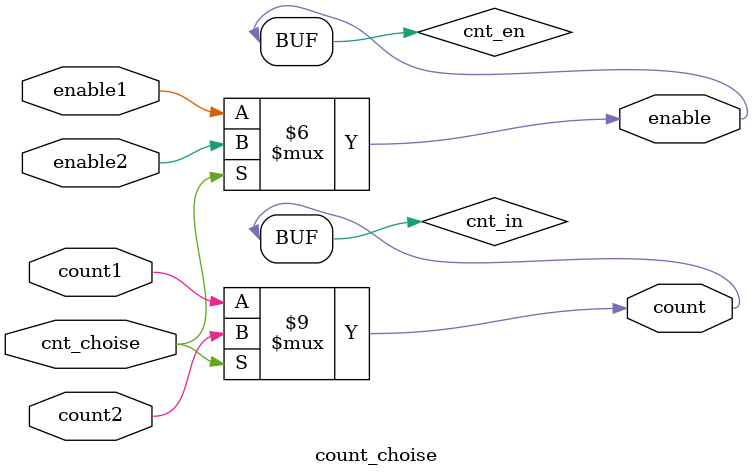
<source format=v>
`timescale 1 ns / 1 ps


module ADC_trigger(
	input wire clk,
	input wire d,
	output wire q,
	output wire n_q,
	input wire reset
	);
	
	//reg buffer;
	
	//wire q_1;
	//assign q_1 = buffer;
	
	//reg buffer_out;
	//assign n_q = ~q;
	//assign q = buffer_out;
	
	//reg reset_sync;
	
	//always @(posedge clk_12MHz) begin
		//reset_sync <= reset;
		//end
		
	//always @(posedge clk) begin
		//if (reset_sync) begin 
			//buffer <= 1'b0;
			//end
		//else begin
			///*if (d) buffer <= 1'b1;
			//else buffer <= 1'b0; */
			//buffer <= d;
			//end	
		//end
		
	//always @(posedge clk_12MHz) begin
		//if (q_1) buffer_out <= 1'b1;
		//else buffer_out <= 1'b0;
		//end

	reg buffer = 1'b0;

	assign n_q = ~q;
	assign q = buffer;
	

		
	//always @(clk) begin
		//if (reset_sync) clock <= clk_12MHz;
		//else clock <= clk;	
	//end
	
	always @(posedge clk or posedge reset) begin
		if (reset) begin
			buffer <= 1'b0;
			
		end
		else begin

			buffer <= d;
		end	
	end


endmodule


module Pulse_Counter(
		input wire clk, 
		input wire clk_div_6, 
		input wire trigger,
		input wire reset,
		output reg [23:0] count_p, 
		output reg [23:0] count_m
		);

	reg [23:0] p = 24'd0;
	reg [23:0] m = 24'd0;
	
	//initial begin
		//count_p = 24'b0;
		//count_m = 24'b0;
		//end
		
		
	//reg reset_local = 1'b0;  
	//always @(posedge clk) 
		//if (reset) reset_local<= 1'b1;
		//else reset_local <= 1'b0;
	
	reg [2:0] trigger_sync = 3'd0;  
	always @(posedge clk) trigger_sync <= {trigger_sync[1:0], trigger};
	wire trigger_risingedge = (trigger_sync[2:1]==2'b01);  // now we can detect trigger rising edges
	wire trigger_fallingedge = (trigger_sync[2:1]==2'b10);  // and falling edges
	
	always @(posedge clk_div_6 or posedge reset) begin
		if (reset) begin
			p <= 24'd0;
			m <= 24'd0;
			end
		else begin
			if (trigger) begin
				m <=0 ;
				p <= p + 24'b1;
				end
			else begin
				p <=0 ;
				m <= m + 24'b1;
				end
			//if (clk_div_6)
				//if (trigger) p <= p + 24'b1;
				//else m <= m + 24'b1;
			//if (trigger_risingedge) begin
				//p <= 24'b0;
				//count_m <= m;
				//count_p <= p;
				//end
			//if (trigger_fallingedge) m <= 24'b0;
			end

			
		end
		
		
	always @(posedge clk or posedge reset) begin
		if (reset) count_m <= 24'b0;
		else begin 
			if (trigger_risingedge) count_m <= m;
			end
		end
		
		
	always @(posedge clk or posedge reset) begin
		if (reset) count_p <= 24'b0;
		else begin
			if (trigger_fallingedge) count_p <= p;
			end
		end
endmodule
	
	
	
	

//Ìîäóëü ñ÷åòà äëèòåëüíîñòè èìïóëüñîâ
module counter(
		input clk_12mhz,
		input clk_4mhz,
		input cnt,
		input en,
		//input cnt_choise,
		output [23:0] count_p,
		output [23:0] count_m,
		
		input reset
		);
		
		
	
		
	//Îïðåäåëåíèå íàïðàëåíèå èçìåíåíèÿ óðîâíÿ ñèãíàëà (ôðîíò èëè ñïàä)
	reg [2:0] cnt_sync = 3'd0;  
	always @(posedge clk_12mhz) cnt_sync <= {cnt_sync[1:0], cnt};
	wire cnt_risingedge = (cnt_sync[2:1]==2'b01);  // now we can detect count rising edges
	wire cnt_fallingedge = (cnt_sync[2:1]==2'b10);  // and falling edges
	
	//Ðåãèñòðû ñ÷åò÷èêà
	reg [23:0] p = 24'd0;
	reg [23:0] m = 24'd0;			
	reg [23:0] cnt_p = 24'b0;
	reg [23:0] cnt_m = 24'b0;
	assign count_p = cnt_p;
	assign count_m = cnt_m;
	
	initial begin
		cnt_p <= 24'b0;
		cnt_m <= 24'b0;
		end
	

	always @(posedge clk_4mhz or posedge reset) begin
		if (reset) begin
			p <= 24'd0;
			m <= 24'd0;
			end
		else begin
			if (en) begin
				if (cnt) p <= p + 24'b1;
				else m <= m + 24'b1;
					
				//Ââåäåíà çàäåðæêà îáíóëåíèÿ ñ÷åò÷èêîâ, äëÿ óâåðåííîãî ñîõðàíåíèÿ 
				//ñîäåðæèìîãî ñ÷åò÷èêà
				if (cnt_sync == 3'b111) m <=0 ;
				if (cnt_sync == 3'b000) p <=0 ;
					

				end

			end
			
		end

	//Ñîõðàíåíèå çíà÷åíèå ñ÷åò÷èêà íèçêîãî óðîâíÿ âõîäíîãî ñèãíàëà
	always @(posedge reset or posedge cnt_risingedge) begin
		if (reset) cnt_m <= 24'b0;
		else begin 
			if (cnt_risingedge) cnt_m <= m;
			end
		end
		
	//Ñîõðàíåíèå çíà÷åíèå ñ÷åò÷èêà âûñîêîãî óðîâíÿ âõîäíîãî ñèãíàëà
	always @(posedge reset or posedge cnt_fallingedge) begin
		if (reset) cnt_p <= 24'b0;
		else begin
			if (cnt_fallingedge) cnt_p <= p;
			end
		end
	
endmodule


//Ìîäóëü âûáîðà ñèãíàëà íà âõîä ñ÷åò÷èêà
module count_choise(
		input cnt_choise,
		input count1,
		input enable1,
		input count2,
		input enable2,
		output count,
		output enable
		);
		
	reg cnt_in = 1'b0;
	reg cnt_en = 1'b0;
	//assign cnt_choise = cnt_choise_reg;
	assign count = cnt_in;
	assign enable = cnt_en;
	
	initial begin
		cnt_in = 1'b0;
		cnt_en = 1'b0;
		end
		
	
	always @(*) begin
		if (cnt_choise) begin
			cnt_in = count2;
			cnt_en = enable2;
			end
		else begin
			cnt_in = count1;
			cnt_en = enable1;
			end
		end	

endmodule
</source>
